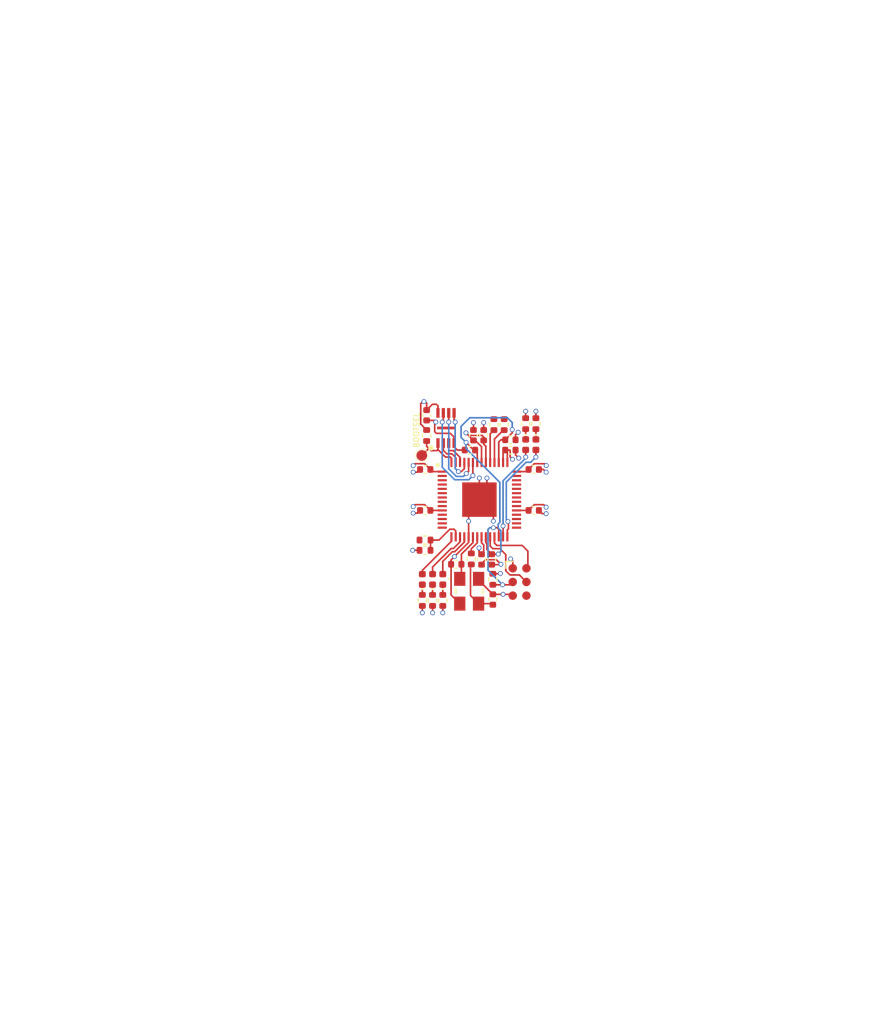
<source format=kicad_pcb>
(kicad_pcb (version 20240108) (generator "pcbnew") (generator_version "8.0")
  (layers (0 "F.Cu" signal) (1 "In1.Cu" power) (2 "In2.Cu" power) (31 "B.Cu" signal) (34 "B.Paste" user) (35 "F.Paste" user) (36 "B.SilkS" user "B.Silkscreen") (37 "F.SilkS" user "F.Silkscreen") (38 "B.Mask" user) (39 "F.Mask" user) (44 "Edge.Cuts" user))
  (net 0 "")
  (net 1 "gpio0")
  (net 2 "gpio11")
  (net 3 "gpio13")
  (net 4 "swdio")
  (net 5 "gpio22")
  (net 6 "gpio5")
  (net 7 "gpio18")
  (net 8 "xout")
  (net 9 "gpio19")
  (net 10 "gpio6")
  (net 11 "gpio16")
  (net 12 "usb_dp")
  (net 13 "gpio23")
  (net 14 "gpio7")
  (net 15 "gpio12")
  (net 16 "gpio17")
  (net 17 "gpio27_a1")
  (net 18 "gpio14")
  (net 19 "gpio26_a0")
  (net 20 "xin")
  (net 21 "mcu.mcu-gnd")
  (net 22 "gpio20")
  (net 23 "gpio2")
  (net 24 "gpio15")
  (net 25 "usb_dm")
  (net 26 "gpio29_a3")
  (net 27 "gpio9")
  (net 28 "gpio3")
  (net 29 "gpio28_a2")
  (net 30 "gpio25")
  (net 31 "gpio8")
  (net 32 "gpio10")
  (net 33 "run")
  (net 34 "gpio4")
  (net 35 "gpio1")
  (net 36 "gpio24")
  (net 37 "swclk")
  (net 38 "gpio21")
  (net 39 "out")
  (net 40 "mcu.mcu-vcc-1")
  (net 41 "mcu.mcu-vcc")
  (net 42 "cs")
  (net 43 "io3")
  (net 44 "io1")
  (net 45 "io0")
  (net 46 "io2")
  (net 47 "sck")
  (net 48 "swo")
  (net 49 "mcu.led_amber_0.resistor-cathode")
  (net 50 "mcu.led_amber_1.resistor-cathode")
  (net 51 "mcu.led_amber_2.resistor-cathode")
  (net 52 "mcu.led_green_0.resistor-cathode")
  (net 53 "mcu.led_green_1.resistor-cathode")
  (net 54 "mcu-vcc")
  (net 55 "rp_usb+")
  (net 56 "rp_usb-")
  (footprint "lib:R0402" (layer "F.Cu") (at 147.1 105.95 -90)
    (property "Reference" "R9" (hide yes))
    (property "Value" "62.5mW Thick Film Resistors 50V ±100ppm/℃ ±1% 330Ω 0402 Chip Resistor - Surface Mount ROHS")
  )
  (footprint "lib:R0402" (layer "F.Cu") (at 152.8 89.64 90)
    (property "Reference" "R3" (hide yes))
    (property "Value" "62.5mW Thick Film Resistors 50V ±100ppm/℃ ±1% 27Ω 0402 Chip Resistor - Surface Mount ROHS")
  )
  (footprint "LED_SMD:LED_0402_1005Metric" (layer "F.Cu") (at 155.75 91.5 -90)
    (property "Reference" "LED4" (hide yes))
    (property "Value" "?")
  )
  (footprint "lib:C0402" (layer "F.Cu") (at 154.33 91.05)
    (property "Reference" "C4" (hide yes))
    (property "Value" "25V 1uF X5R ±10% 0402 Multilayer Ceramic Capacitors MLCC - SMD/SMT ROHS")
  )
  (footprint "lib:R0402" (layer "F.Cu") (at 155.75 89.55 90)
    (property "Reference" "R11" (hide yes))
    (property "Value" "62.5mW Thick Film Resistors 50V ±100ppm/℃ ±1% 220Ω 0402 Chip Resistor - Surface Mount ROHS")
  )
  (footprint "LED_SMD:LED_0402_1005Metric" (layer "F.Cu") (at 146.15 104 90)
    (property "Reference" "LED1" (hide yes))
    (property "Value" "?")
  )
  (footprint "lib:C0402" (layer "F.Cu") (at 150.9 90.62 90)
    (property "Reference" "C11" (hide yes))
    (property "Value" "16V 100nF X7R ±10% 0402 Multilayer Ceramic Capacitors MLCC - SMD/SMT ROHS")
  )
  (footprint "lib:R0402" (layer "F.Cu") (at 152.7 103.99 -90)
    (property "Reference" "R7" (hide yes))
    (property "Value" "62.5mW Thick Film Resistors 50V ±100ppm/℃ ±1% 10kΩ 0402 Chip Resistor - Surface Mount ROHS")
  )
  (footprint "lib:SON50P300X200X60-9N" (layer "F.Cu") (at 148.35 89.95 90)
    (property "Reference" "U4" (hide yes))
    (property "Value" "NOR Flash spiFlash, 3V, 16M-bit, 4Kb Uniform Sector, DTR" (hide yes))
  )
  (footprint "LED_SMD:LED_0402_1005Metric" (layer "F.Cu") (at 147.1 104 90)
    (property "Reference" "LED2" (hide yes))
    (property "Value" "?")
  )
  (footprint "lib:C0402" (layer "F.Cu") (at 154.33 92)
    (property "Reference" "C3" (hide yes))
    (property "Value" "25V 1uF X5R ±10% 0402 Multilayer Ceramic Capacitors MLCC - SMD/SMT ROHS")
  )
  (footprint "lib:TestPoint_Pad_D1.0mm" (layer "F.Cu") (at 146.1 92.5)
    (property "Reference" "T1" (hide yes))
    (property "Value" "?" (hide yes))
  )
  (footprint "lib:C0402" (layer "F.Cu") (at 151.85 90.62 90)
    (property "Reference" "C9" (hide yes))
    (property "Value" "16V 100nF X7R ±10% 0402 Multilayer Ceramic Capacitors MLCC - SMD/SMT ROHS")
  )
  (footprint "lib:C0402" (layer "F.Cu") (at 146.55 88.77 -90)
    (property "Reference" "C14" (hide yes))
    (property "Value" "16V 100nF X7R ±10% 0402 Multilayer Ceramic Capacitors MLCC - SMD/SMT ROHS")
  )
  (footprint "lib:R0402" (layer "F.Cu") (at 146.15 105.95 -90)
    (property "Reference" "R8" (hide yes))
    (property "Value" "62.5mW Thick Film Resistors 50V ±100ppm/℃ ±1% 330Ω 0402 Chip Resistor - Surface Mount ROHS")
  )
  (footprint "LED_SMD:LED_0402_1005Metric" (layer "F.Cu") (at 156.7 91.5 -90)
    (property "Reference" "LED5" (hide yes))
    (property "Value" "?")
  )
  (footprint "lib:C0402" (layer "F.Cu") (at 150.57 92 180)
    (property "Reference" "C6" (hide yes))
    (property "Value" "16V 100nF X7R ±10% 0402 Multilayer Ceramic Capacitors MLCC - SMD/SMT ROHS")
  )
  (footprint "LED_SMD:LED_0402_1005Metric" (layer "F.Cu") (at 148.05 104 90)
    (property "Reference" "LED3" (hide yes))
    (property "Value" "?")
  )
  (footprint "lib:ABM8272T3" (layer "F.Cu") (at 150.5 105.1 -90)
    (property "Reference" "U3" (hide yes))
    (property "Value" "Crystal, 12 MHz, SMD, 3.2mm x 2.5mm, 30 ppm, 10 pF, 30 ppm, ABM8 Series" (hide yes))
  )
  (footprint "lib:C0402" (layer "F.Cu") (at 146.42 93.8 180)
    (property "Reference" "C7" (hide yes))
    (property "Value" "16V 100nF X7R ±10% 0402 Multilayer Ceramic Capacitors MLCC - SMD/SMT ROHS")
  )
  (footprint "lib:R0402" (layer "F.Cu") (at 156.7 89.55 90)
    (property "Reference" "R12" (hide yes))
    (property "Value" "62.5mW Thick Film Resistors 50V ±100ppm/℃ ±1% 220Ω 0402 Chip Resistor - Surface Mount ROHS")
  )
  (footprint "lib:C0402" (layer "F.Cu") (at 151.65 102.15 -90)
    (property "Reference" "C10" (hide yes))
    (property "Value" "16V 100nF X7R ±10% 0402 Multilayer Ceramic Capacitors MLCC - SMD/SMT ROHS")
  )
  (footprint "lib:C0402" (layer "F.Cu") (at 156.5 97.6)
    (property "Reference" "C13" (hide yes))
    (property "Value" "16V 100nF X7R ±10% 0402 Multilayer Ceramic Capacitors MLCC - SMD/SMT ROHS")
  )
  (footprint "lib:R0402" (layer "F.Cu") (at 146.4 100.35)
    (property "Reference" "R1" (hide yes))
    (property "Value" "62.5mW Thick Film Resistors 50V ±100ppm/℃ ±1% 5.6kΩ 0402 Chip Resistor - Surface Mount ROHS")
  )
  (footprint "lib:R0402" (layer "F.Cu") (at 146.55 90.65 -90)
    (property "Reference" "R6" (hide yes))
    (property "Value" "62.5mW Thick Film Resistors 50V ±100ppm/℃ ±1% 10kΩ 0402 Chip Resistor - Surface Mount ROHS")
  )
  (footprint "lib:C0402" (layer "F.Cu") (at 146.42 97.6 180)
    (property "Reference" "C8" (hide yes))
    (property "Value" "16V 100nF X7R ±10% 0402 Multilayer Ceramic Capacitors MLCC - SMD/SMT ROHS")
  )
  (footprint "lib:QFN40P700X700X90-57N-D" (layer "F.Cu") (at 151.45 96.6)
    (property "Reference" "U1" (hide yes))
    (property "Value" "Microcontroller in QFN Package" (hide yes))
  )
  (footprint "lib:C0402" (layer "F.Cu") (at 152.6 102.15 -90)
    (property "Reference" "C5" (hide yes))
    (property "Value" "16V 100nF X7R ±10% 0402 Multilayer Ceramic Capacitors MLCC - SMD/SMT ROHS")
  )
  (footprint "lib:C0402" (layer "F.Cu") (at 156.5 93.8)
    (property "Reference" "C12" (hide yes))
    (property "Value" "16V 100nF X7R ±10% 0402 Multilayer Ceramic Capacitors MLCC - SMD/SMT ROHS")
  )
  (footprint "lib:C0402" (layer "F.Cu") (at 152.7 105.87 90)
    (property "Reference" "C2" (hide yes))
    (property "Value" "50V 15pF C0G ±5% 0402 Multilayer Ceramic Capacitors MLCC - SMD/SMT ROHS")
  )
  (footprint "lib:R0402" (layer "F.Cu") (at 148.05 105.95 -90)
    (property "Reference" "R10" (hide yes))
    (property "Value" "62.5mW Thick Film Resistors 50V ±100ppm/℃ ±1% 330Ω 0402 Chip Resistor - Surface Mount ROHS")
  )
  (footprint "lib:C0402" (layer "F.Cu") (at 149.3 102.6 180)
    (property "Reference" "C1" (hide yes))
    (property "Value" "50V 15pF C0G ±5% 0402 Multilayer Ceramic Capacitors MLCC - SMD/SMT ROHS")
  )
  (footprint "lib:R0402" (layer "F.Cu") (at 153.75 89.64 -90)
    (property "Reference" "R4" (hide yes))
    (property "Value" "62.5mW Thick Film Resistors 50V ±100ppm/℃ ±1% 27Ω 0402 Chip Resistor - Surface Mount ROHS")
  )
  (footprint "Connector:Tag-Connect_TC2030-IDC-NL_2x03_P1.27mm_Vertical" (layer "F.Cu") (at 155.184 104.24 -90)
    (property "Reference" "U2" (hide yes))
    (property "Value" "?")
  )
  (footprint "lib:R0402" (layer "F.Cu") (at 146.4 101.3 180)
    (property "Reference" "R2" (hide yes))
    (property "Value" "62.5mW Thick Film Resistors 50V ±100ppm/℃ ±1% 10kΩ 0402 Chip Resistor - Surface Mount ROHS")
  )
  (footprint "lib:R0402" (layer "F.Cu") (at 150.7 102.1 -90)
    (property "Reference" "R5" (hide yes))
    (property "Value" "62.5mW Thick Film Resistors 50V ±100ppm/℃ ±1% 1kΩ 0402 Chip Resistor - Surface Mount ROHS")
  )
  (gr_text "BOOTSEL" (at 145.9 91.85 90) (layer "F.SilkS") (effects (font (size 0.5 0.5) (thickness 0.1) (bold yes)) (justify left bottom)))
  (segment (start 148.7 99.35) (end 147.7 100.35) (width 0.15) (layer "F.Cu") (net 3))
  (segment (start 146.91 101.3) (end 146.91 100.35) (width 0.15) (layer "F.Cu") (net 3))
  (segment (start 149.25 99.5) (end 149.1 99.35) (width 0.15) (layer "F.Cu") (net 3))
  (segment (start 149.1 99.35) (end 148.7 99.35) (width 0.15) (layer "F.Cu") (net 3))
  (segment (start 147.7 100.35) (end 146.91 100.35) (width 0.15) (layer "F.Cu") (net 3))
  (segment (start 149.25 100.05) (end 149.25 99.5) (width 0.15) (layer "F.Cu") (net 3))
  (segment (start 155.9543 102.8347) (end 155.819 102.97) (width 0.15) (layer "F.Cu") (net 4))
  (segment (start 152.85 100.625) (end 153.075 100.85) (width 0.15) (layer "F.Cu") (net 4))
  (segment (start 155.9543 101.380931) (end 155.9543 102.8347) (width 0.15) (layer "F.Cu") (net 4))
  (segment (start 155.423369 100.85) (end 155.9543 101.380931) (width 0.15) (layer "F.Cu") (net 4))
  (segment (start 152.85 100.05) (end 152.85 100.625) (width 0.15) (layer "F.Cu") (net 4))
  (segment (start 153.075 100.85) (end 155.423369 100.85) (width 0.15) (layer "F.Cu") (net 4))
  (segment (start 151.25 100.05) (end 151.25 100.613603) (width 0.15) (layer "F.Cu") (net 8))
  (segment (start 150.7 101.163603) (end 150.7 101.59) (width 0.15) (layer "F.Cu") (net 8))
  (segment (start 151.25 100.613603) (end 150.7 101.163603) (width 0.15) (layer "F.Cu") (net 8))
  (segment (start 155.75 91.985) (end 155.75 92.65) (width 0.15) (layer "F.Cu") (net 11))
  (segment (start 153.65 99.05) (end 153.65 100.05) (width 0.15) (layer "F.Cu") (net 11))
  (via (at 153.65 99.05) (size 0.45) (drill 0.3) (layers "F.Cu" "B.Cu") (net 11))
  (via (at 155.75 92.65) (size 0.45) (drill 0.3) (layers "F.Cu" "B.Cu") (net 11))
  (segment (start 155.75 92.745337) (end 155.75 92.65) (width 0.15) (layer "B.Cu") (net 11))
  (segment (start 153.65 94.845337) (end 155.75 92.745337) (width 0.15) (layer "B.Cu") (net 11))
  (segment (start 153.65 99.05) (end 153.65 94.845337) (width 0.15) (layer "B.Cu") (net 11))
  (segment (start 152.45 93.15) (end 152.45 90.5) (width 0.15) (layer "F.Cu") (net 12))
  (segment (start 152.45 90.5) (end 152.8 90.15) (width 0.15) (layer "F.Cu") (net 12))
  (segment (start 148.85 100.4625) (end 146.15 103.1625) (width 0.15) (layer "F.Cu") (net 15))
  (segment (start 146.15 103.1625) (end 146.15 103.515) (width 0.15) (layer "F.Cu") (net 15))
  (segment (start 148.85 100.05) (end 148.85 100.4625) (width 0.15) (layer "F.Cu") (net 15))
  (segment (start 154.1 98.625734) (end 154.15 98.675734) (width 0.15) (layer "F.Cu") (net 16))
  (segment (start 156.7 91.985) (end 156.7 92.65) (width 0.15) (layer "F.Cu") (net 16))
  (segment (start 154.05 99.4) (end 154.05 100.05) (width 0.15) (layer "F.Cu") (net 16))
  (segment (start 154.15 99.3) (end 154.05 99.4) (width 0.15) (layer "F.Cu") (net 16))
  (segment (start 154.15 98.675734) (end 154.15 99.3) (width 0.15) (layer "F.Cu") (net 16))
  (via (at 156.7 92.65) (size 0.45) (drill 0.3) (layers "F.Cu" "B.Cu") (net 16))
  (via (at 154.1 98.625734) (size 0.45) (drill 0.3) (layers "F.Cu" "B.Cu") (net 16))
  (segment (start 155.7848 93.134801) (end 156.215199 93.134801) (width 0.15) (layer "B.Cu") (net 16))
  (segment (start 153.95 98.475734) (end 153.95 94.969601) (width 0.15) (layer "B.Cu") (net 16))
  (segment (start 156.215199 93.134801) (end 156.7 92.65) (width 0.15) (layer "B.Cu") (net 16))
  (segment (start 154.1 98.625734) (end 153.95 98.475734) (width 0.15) (layer "B.Cu") (net 16))
  (segment (start 153.95 94.969601) (end 155.7848 93.134801) (width 0.15) (layer "B.Cu") (net 16))
  (segment (start 148.821876 101.132537) (end 147.1 102.854413) (width 0.15) (layer "F.Cu") (net 18))
  (segment (start 149.03401 101.132537) (end 148.821876 101.132537) (width 0.15) (layer "F.Cu") (net 18))
  (segment (start 149.65 100.05) (end 149.65 100.516547) (width 0.15) (layer "F.Cu") (net 18))
  (segment (start 149.65 100.516547) (end 149.03401 101.132537) (width 0.15) (layer "F.Cu") (net 18))
  (segment (start 147.1 102.854413) (end 147.1 103.515) (width 0.15) (layer "F.Cu") (net 18))
  (segment (start 149.78 103.795) (end 149.625 103.95) (width 0.15) (layer "F.Cu") (net 20))
  (segment (start 149.78 102.6) (end 149.78 103.795) (width 0.15) (layer "F.Cu") (net 20))
  (segment (start 149.78 101.659339) (end 149.78 102.6) (width 0.15) (layer "F.Cu") (net 20))
  (segment (start 150.85 100.05) (end 150.85 100.589339) (width 0.15) (layer "F.Cu") (net 20))
  (segment (start 150.85 100.589339) (end 149.78 101.659339) (width 0.15) (layer "F.Cu") (net 20))
  (segment (start 145.94 93.8) (end 145.689997 94.050003) (width 0.15) (layer "F.Cu") (net 21))
  (segment (start 151.45 96.6) (end 152.75 97.9) (width 0.15) (layer "F.Cu") (net 21))
  (segment (start 151.85 90.14) (end 151.85 89.45) (width 0.15) (layer "F.Cu") (net 21))
  (segment (start 156.98 93.8) (end 157.4 93.8) (width 0.15) (layer "F.Cu") (net 21))
  (segment (start 149.132538 101.882537) (end 149.132537 101.882537) (width 0.15) (layer "F.Cu") (net 21))
  (segment (start 152.55 102.175) (end 153.025 102.175) (width 0.15) (layer "F.Cu") (net 21))
  (segment (start 154.81 90.59) (end 155.05 90.35) (width 0.15) (layer "F.Cu") (net 21))
  (segment (start 151.375 104.065) (end 152.7 105.39) (width 0.15) (layer "F.Cu") (net 21))
  (segment (start 154.81 92.446966) (end 154.81 92) (width 0.15) (layer "F.Cu") (net 21))
  (segment (start 148.05 106.46) (end 148.05 107.1) (width 0.15) (layer "F.Cu") (net 21))
  (segment (start 151.65 102.63) (end 151.65 102.55) (width 0.15) (layer "F.Cu") (net 21))
  (segment (start 147.249994 89.25) (end 146.55 89.25) (width 0.15) (layer "F.Cu") (net 21))
  (segment (start 152.025 102.175) (end 152.55 102.175) (width 0.15) (layer "F.Cu") (net 21))
  (segment (start 149.1 90.8) (end 149.1 91.35) (width 0.15) (layer "F.Cu") (net 21))
  (segment (start 152.6 102.63) (end 153.42 102.63) (width 0.15) (layer "F.Cu") (net 21))
  (segment (start 149.1 91.701472) (end 149.1 91.35) (width 0.15) (layer "F.Cu") (net 21))
  (segment (start 147.3 89.499994) (end 147.3 90.3) (width 0.15) (layer "F.Cu") (net 21))
  (segment (start 150.45 97.6) (end 151.45 96.6) (width 0.15) (layer "F.Cu") (net 21))
  (segment (start 153.65 105.39) (end 154.429 105.39) (width 0.15) (layer "F.Cu") (net 21))
  (segment (start 156.7 89.04) (end 156.7 88.4) (width 0.15) (layer "F.Cu") (net 21))
  (segment (start 151.65 102.55) (end 152.025 102.175) (width 0.15) (layer "F.Cu") (net 21))
  (segment (start 149.398528 92) (end 149.1 91.701472) (width 0.15) (layer "F.Cu") (net 21))
  (segment (start 145.689997 94.050003) (end 145.3 94.050003) (width 0.15) (layer "F.Cu") (net 21))
  (segment (start 147.3 90.3) (end 147.45 90.45) (width 0.15) (layer "F.Cu") (net 21))
  (segment (start 151.45 96.6) (end 152.15 95.9) (width 0.15) (layer "F.Cu") (net 21))
  (segment (start 155.75 89.04) (end 155.75 88.4) (width 0.15) (layer "F.Cu") (net 21))
  (segment (start 152.15 95.9) (end 152.15 94.6) (width 0.15) (layer "F.Cu") (net 21))
  (segment (start 149.132537 101.882538) (end 148.82 102.195075) (width 0.15) (layer "F.Cu") (net 21))
  (segment (start 150.45 100.05) (end 150.45 100.565075) (width 0.15) (layer "F.Cu") (net 21))
  (segment (start 154.429 105.39) (end 154.549 105.51) (width 0.15) (layer "F.Cu") (net 21))
  (segment (start 157.280003 97.900003) (end 157.65 97.900003) (width 0.15) (layer "F.Cu") (net 21))
  (segment (start 145.69 97.85) (end 145.3 97.85) (width 0.15) (layer "F.Cu") (net 21))
  (segment (start 150.9 90.14) (end 150.9 89.45) (width 0.15) (layer "F.Cu") (net 21))
  (segment (start 152.75 97.9) (end 152.75 98.6) (width 0.15) (layer "F.Cu") (net 21))
  (segment (start 147.399994 89.4) (end 147.3 89.499994) (width 0.15) (layer "F.Cu") (net 21))
  (segment (start 151.45 96.6) (end 151.45 94.6) (width 0.15) (layer "F.Cu") (net 21))
  (segment (start 146.15 106.46) (end 146.15 107.1) (width 0.15) (layer "F.Cu") (net 21))
  (segment (start 148.82 105.445) (end 149.625 106.25) (width 0.15) (layer "F.Cu") (net 21))
  (segment (start 154.81 91.05) (end 154.81 90.59) (width 0.15) (layer "F.Cu") (net 21))
  (segment (start 153.025 102.175) (end 153.45 102.6) (width 0.15) (layer "F.Cu") (net 21))
  (segment (start 147.399994 89.4) (end 147.249994 89.25) (width 0.15) (layer "F.Cu") (net 21))
  (segment (start 150.45 100.05) (end 150.45 98.6) (width 0.15) (layer "F.Cu") (net 21))
  (segment (start 148.82 102.195075) (end 148.82 102.6) (width 0.15) (layer "F.Cu") (net 21))
  (segment (start 150.09 92) (end 149.398528 92) (width 0.15) (layer "F.Cu") (net 21))
  (segment (start 153.42 102.63) (end 153.45 102.6) (width 0.15) (layer "F.Cu") (net 21))
  (segment (start 149.132537 101.882537) (end 149.132537 101.882538) (width 0.15) (layer "F.Cu") (net 21))
  (segment (start 147.45 90.45) (end 148.75 90.45) (width 0.15) (layer "F.Cu") (net 21))
  (segment (start 148.82 102.6) (end 148.82 105.445) (width 0.15) (layer "F.Cu") (net 21))
  (segment (start 155.110987 92.747953) (end 154.81 92.446966) (width 0.15) (layer "F.Cu") (net 21))
  (segment (start 145.94 97.6) (end 145.69 97.85) (width 0.15) (layer "F.Cu") (net 21))
  (segment (start 151.375 103.95) (end 151.375 104.065) (width 0.15) (layer "F.Cu") (net 21))
  (segment (start 150.45 98.6) (end 150.45 97.6) (width 0.15) (layer "F.Cu") (net 21))
  (segment (start 156.98 97.6) (end 157.280003 97.900003) (width 0.15) (layer "F.Cu") (net 21))
  (segment (start 157.4 93.8) (end 157.65 94.05) (width 0.15) (layer "F.Cu") (net 21))
  (segment (start 148.75 90.45) (end 149.1 90.8) (width 0.15) (layer "F.Cu") (net 21))
  (segment (start 147.1 106.46) (end 147.1 107.1) (width 0.15) (layer "F.Cu") (net 21))
  (segment (start 145.25 101.3) (end 145.89 101.3) (width 0.15) (layer "F.Cu") (net 21))
  (segment (start 150.45 100.565075) (end 149.132538 101.882537) (width 0.15) (layer "F.Cu") (net 21))
  (segment (start 152.7 105.39) (end 153.65 105.39) (width 0.15) (layer "F.Cu") (net 21))
  (via (at 155.110987 92.747953) (size 0.45) (drill 0.3) (layers "F.Cu" "B.Cu") (net 21))
  (via (at 153.65 105.39) (size 0.45) (drill 0.3) (layers "F.Cu" "B.Cu") (net 21))
  (via (at 152.75 98.6) (size 0.45) (drill 0.3) (layers "F.Cu" "B.Cu") (net 21))
  (via (at 146.15 107.1) (size 0.45) (drill 0.3) (layers "F.Cu" "B.Cu") (net 21))
  (via (at 157.65 97.900003) (size 0.45) (drill 0.3) (layers "F.Cu" "B.Cu") (net 21))
  (via (at 145.3 97.85) (size 0.45) (drill 0.3) (layers "F.Cu" "B.Cu") (net 21))
  (via (at 157.65 94.05) (size 0.45) (drill 0.3) (layers "F.Cu" "B.Cu") (net 21))
  (via (at 151.85 89.45) (size 0.45) (drill 0.3) (layers "F.Cu" "B.Cu") (net 21))
  (via (at 155.75 88.4) (size 0.45) (drill 0.3) (layers "F.Cu" "B.Cu") (net 21))
  (via (at 145.25 101.3) (size 0.45) (drill 0.3) (layers "F.Cu" "B.Cu") (net 21))
  (via (at 155.05 90.35) (size 0.45) (drill 0.3) (layers "F.Cu" "B.Cu") (net 21))
  (via (at 147.399994 89.4) (size 0.45) (drill 0.3) (layers "F.Cu" "B.Cu") (net 21))
  (via (at 150.9 89.45) (size 0.45) (drill 0.3) (layers "F.Cu" "B.Cu") (net 21))
  (via (at 147.1 107.1) (size 0.45) (drill 0.3) (layers "F.Cu" "B.Cu") (net 21))
  (via (at 150.45 98.6) (size 0.45) (drill 0.3) (layers "F.Cu" "B.Cu") (net 21))
  (via (at 145.3 94.050003) (size 0.45) (drill 0.3) (layers "F.Cu" "B.Cu") (net 21))
  (via (at 152.15 94.6) (size 0.45) (drill 0.3) (layers "F.Cu" "B.Cu") (net 21))
  (via (at 156.7 88.4) (size 0.45) (drill 0.3) (layers "F.Cu" "B.Cu") (net 21))
  (via (at 151.45 94.6) (size 0.45) (drill 0.3) (layers "F.Cu" "B.Cu") (net 21))
  (via (at 153.45 102.6) (size 0.45) (drill 0.3) (layers "F.Cu" "B.Cu") (net 21))
  (via (at 148.05 107.1) (size 0.45) (drill 0.3) (layers "F.Cu" "B.Cu") (net 21))
  (via (at 149.132537 101.882537) (size 0.45) (drill 0.3) (layers "F.Cu" "B.Cu") (net 21))
  (segment (start 149.158274 101.432537) (end 148.94614 101.432537) (width 0.15) (layer "F.Cu") (net 24))
  (segment (start 148.05 102.328677) (end 148.05 103.515) (width 0.15) (layer "F.Cu") (net 24))
  (segment (start 150.05 100.540811) (end 149.158274 101.432537) (width 0.15) (layer "F.Cu") (net 24))
  (segment (start 148.94614 101.432537) (end 148.05 102.328677) (width 0.15) (layer "F.Cu") (net 24))
  (segment (start 150.05 100.05) (end 150.05 100.540811) (width 0.15) (layer "F.Cu") (net 24))
  (segment (start 152.85 90.975) (end 153.675 90.15) (width 0.15) (layer "F.Cu") (net 25))
  (segment (start 152.85 93.15) (end 152.85 90.975) (width 0.15) (layer "F.Cu") (net 25))
  (segment (start 153.675 90.15) (end 153.75 90.15) (width 0.15) (layer "F.Cu") (net 25))
  (segment (start 154.289 104.5) (end 154.549 104.24) (width 0.15) (layer "F.Cu") (net 33))
  (segment (start 153.25 99.35) (end 153.107332 99.207332) (width 0.15) (layer "F.Cu") (net 33))
  (segment (start 153.6 104.5) (end 154.289 104.5) (width 0.15) (layer "F.Cu") (net 33))
  (segment (start 153.107332 99.207332) (end 152.75 99.207332) (width 0.15) (layer "F.Cu") (net 33))
  (segment (start 152.7 104.5) (end 153.6 104.5) (width 0.15) (layer "F.Cu") (net 33))
  (segment (start 153.25 100.05) (end 153.25 99.35) (width 0.15) (layer "F.Cu") (net 33))
  (via (at 153.6 104.5) (size 0.45) (drill 0.3) (layers "F.Cu" "B.Cu") (net 33))
  (via (at 152.75 99.207332) (size 0.45) (drill 0.3) (layers "F.Cu" "B.Cu") (net 33))
  (segment (start 152.25 99.364664) (end 152.25 103.15) (width 0.15) (layer "B.Cu") (net 33))
  (segment (start 152.25 103.15) (end 153.6 104.5) (width 0.15) (layer "B.Cu") (net 33))
  (segment (start 152.407332 99.207332) (end 152.25 99.364664) (width 0.15) (layer "B.Cu") (net 33))
  (segment (start 152.75 99.207332) (end 152.407332 99.207332) (width 0.15) (layer "B.Cu") (net 33))
  (segment (start 152.45 100.05) (end 152.45 100.9) (width 0.15) (layer "F.Cu") (net 37))
  (segment (start 152.45 100.9) (end 152.7 101.15) (width 0.15) (layer "F.Cu") (net 37))
  (segment (start 152.7 101.15) (end 153.35 101.15) (width 0.15) (layer "F.Cu") (net 37))
  (segment (start 153.9 103.195974) (end 154.292726 103.5887) (width 0.15) (layer "F.Cu") (net 37))
  (segment (start 154.292726 103.5887) (end 155.1677 103.5887) (width 0.15) (layer "F.Cu") (net 37))
  (segment (start 153.35 101.15) (end 153.9 101.7) (width 0.15) (layer "F.Cu") (net 37))
  (segment (start 153.9 101.7) (end 153.9 103.195974) (width 0.15) (layer "F.Cu") (net 37))
  (segment (start 155.1677 103.5887) (end 155.819 104.24) (width 0.15) (layer "F.Cu") (net 37))
  (segment (start 150.625 105.5) (end 151.375 106.25) (width 0.15) (layer "F.Cu") (net 39))
  (segment (start 150.625 102.685) (end 150.625 105.5) (width 0.15) (layer "F.Cu") (net 39))
  (segment (start 152.6 106.25) (end 152.7 106.35) (width 0.15) (layer "F.Cu") (net 39))
  (segment (start 151.375 106.25) (end 152.6 106.25) (width 0.15) (layer "F.Cu") (net 39))
  (segment (start 150.7 102.61) (end 150.625 102.685) (width 0.15) (layer "F.Cu") (net 39))
  (segment (start 153.85 91.05) (end 154.5 90.4) (width 0.15) (layer "F.Cu") (net 40))
  (segment (start 150.920068 92) (end 151.05 92) (width 0.15) (layer "F.Cu") (net 40))
  (segment (start 153.2 101.65) (end 153.18 101.67) (width 0.15) (layer "F.Cu") (net 40))
  (segment (start 153.25 91.25) (end 153.45 91.05) (width 0.15) (layer "F.Cu") (net 40))
  (segment (start 152.05 100.05) (end 152.05 100.575) (width 0.15) (layer "F.Cu") (net 40))
  (segment (start 153.18 101.67) (end 152.6 101.67) (width 0.15) (layer "F.Cu") (net 40))
  (segment (start 152.15 100.675) (end 152.15 101.22) (width 0.15) (layer "F.Cu") (net 40))
  (segment (start 153.45 91.05) (end 153.85 91.05) (width 0.15) (layer "F.Cu") (net 40))
  (segment (start 152.05 100.575) (end 152.15 100.675) (width 0.15) (layer "F.Cu") (net 40))
  (segment (start 152.15 101.22) (end 152.6 101.67) (width 0.15) (layer "F.Cu") (net 40))
  (segment (start 153.25 93.15) (end 153.25 91.25) (width 0.15) (layer "F.Cu") (net 40))
  (segment (start 154.5 90.4) (end 154.5 90.1) (width 0.15) (layer "F.Cu") (net 40))
  (segment (start 150.210034 91.289966) (end 150.920068 92) (width 0.15) (layer "F.Cu") (net 40))
  (segment (start 151.25 93.15) (end 151.25 92.2) (width 0.15) (layer "F.Cu") (net 40))
  (segment (start 151.25 92.2) (end 151.05 92) (width 0.15) (layer "F.Cu") (net 40))
  (via (at 150.210034 91.289966) (size 0.45) (drill 0.3) (layers "F.Cu" "B.Cu") (net 40))
  (via (at 154.5 90.1) (size 0.45) (drill 0.3) (layers "F.Cu" "B.Cu") (net 40))
  (via (at 153.2 101.65) (size 0.45) (drill 0.3) (layers "F.Cu" "B.Cu") (net 40))
  (segment (start 153.2 98.863603) (end 153.35 98.713603) (width 0.15) (layer "B.Cu") (net 40))
  (segment (start 154.5 90.1) (end 154.5 89.45) (width 0.15) (layer "B.Cu") (net 40))
  (segment (start 153.35 95) (end 150.210034 91.860034) (width 0.15) (layer "B.Cu") (net 40))
  (segment (start 149.75 89.8) (end 149.75 90.829932) (width 0.15) (layer "B.Cu") (net 40))
  (segment (start 154.05 89) (end 150.55 89) (width 0.15) (layer "B.Cu") (net 40))
  (segment (start 150.210034 91.860034) (end 150.210034 91.289966) (width 0.15) (layer "B.Cu") (net 40))
  (segment (start 153.45 99.486397) (end 153.2 99.236397) (width 0.15) (layer "B.Cu") (net 40))
  (segment (start 149.75 90.829932) (end 150.210034 91.289966) (width 0.15) (layer "B.Cu") (net 40))
  (segment (start 153.2 99.236397) (end 153.2 98.863603) (width 0.15) (layer "B.Cu") (net 40))
  (segment (start 153.35 98.713603) (end 153.35 95) (width 0.15) (layer "B.Cu") (net 40))
  (segment (start 153.45 101.4) (end 153.45 99.486397) (width 0.15) (layer "B.Cu") (net 40))
  (segment (start 153.2 101.65) (end 153.45 101.4) (width 0.15) (layer "B.Cu") (net 40))
  (segment (start 150.55 89) (end 149.75 89.8) (width 0.15) (layer "B.Cu") (net 40))
  (segment (start 154.5 89.45) (end 154.05 89) (width 0.15) (layer "B.Cu") (net 40))
  (segment (start 153.85 92) (end 154.25 92) (width 0.15) (layer "F.Cu") (net 41))
  (segment (start 157.492739 93.265) (end 157.661558 93.433819) (width 0.15) (layer "F.Cu") (net 41))
  (segment (start 150.45 90.65) (end 150.9 91.1) (width 0.15) (layer "F.Cu") (net 41))
  (segment (start 151.85 100.8) (end 151.85 101.5) (width 0.15) (layer "F.Cu") (net 41))
  (segment (start 146.3 87.5) (end 146.4 87.5) (width 0.15) (layer "F.Cu") (net 41))
  (segment (start 153.65 92.2) (end 153.85 92) (width 0.15) (layer "F.Cu") (net 41))
  (segment (start 151.65 91.690001) (end 151.059999 91.1) (width 0.15) (layer "F.Cu") (net 41))
  (segment (start 156.555 93.265) (end 157.492739 93.265) (width 0.15) (layer "F.Cu") (net 41))
  (segment (start 145.485 97.065) (end 145.3 97.25) (width 0.15) (layer "F.Cu") (net 41))
  (segment (start 151.65 93.15) (end 151.65 91.690001) (width 0.15) (layer "F.Cu") (net 41))
  (segment (start 146.55 88.29) (end 146.55 87.9) (width 0.15) (layer "F.Cu") (net 41))
  (segment (start 153.37 103.48) (end 153.4 103.45) (width 0.15) (layer "F.Cu") (net 41))
  (segment (start 154.05 92.2) (end 153.85 92) (width 0.15) (layer "F.Cu") (net 41))
  (segment (start 146.55 88.29) (end 147.09 87.75) (width 0.15) (layer "F.Cu") (net 41))
  (segment (start 146.55 87.65) (end 146.55 87.9) (width 0.15) (layer "F.Cu") (net 41))
  (segment (start 154.305 92.641732) (end 154.521139 92.857871) (width 0.15) (layer "F.Cu") (net 41))
  (segment (start 146.365 93.265) (end 145.485 93.265) (width 0.15) (layer "F.Cu") (net 41))
  (segment (start 151.7 90.645) (end 150.455 90.645) (width 0.15) (layer "F.Cu") (net 41))
  (segment (start 147.1 94) (end 146.9 93.8) (width 0.15) (layer "F.Cu") (net 41))
  (segment (start 155.82 94) (end 156.02 93.8) (width 0.15) (layer "F.Cu") (net 41))
  (segment (start 146 89.59) (end 146.55 90.14) (width 0.15) (layer "F.Cu") (net 41))
  (segment (start 146.2 87.5) (end 146 87.7) (width 0.15) (layer "F.Cu") (net 41))
  (segment (start 146.365 97.065) (end 145.485 97.065) (width 0.15) (layer "F.Cu") (net 41))
  (segment (start 154.25 92) (end 154.305 92.055) (width 0.15) (layer "F.Cu") (net 41))
  (segment (start 154.9 94) (end 155.82 94) (width 0.15) (layer "F.Cu") (net 41))
  (segment (start 150.455 90.645) (end 150.45 90.65) (width 0.15) (layer "F.Cu") (net 41))
  (segment (start 151.416638 101.083362) (end 151.416638 101.436638) (width 0.15) (layer "F.Cu") (net 41))
  (segment (start 152.05 91.65) (end 151.85 91.45) (width 0.15) (layer "F.Cu") (net 41))
  (segment (start 147.45 87.75) (end 147.6 87.9) (width 0.15) (layer "F.Cu") (net 41))
  (segment (start 151.85 101.5) (end 151.68 101.67) (width 0.15) (layer "F.Cu") (net 41))
  (segment (start 147.09 87.75) (end 147.45 87.75) (width 0.15) (layer "F.Cu") (net 41))
  (segment (start 151.65 100.05) (end 151.65 100.6) (width 0.15) (layer "F.Cu") (net 41))
  (segment (start 154.549 102.299) (end 154.35 102.1) (width 0.15) (layer "F.Cu") (net 41))
  (segment (start 146.9 93.8) (end 146.365 93.265) (width 0.15) (layer "F.Cu") (net 41))
  (segment (start 151.416638 101.436638) (end 151.65 101.67) (width 0.15) (layer "F.Cu") (net 41))
  (segment (start 148 94) (end 147.1 94) (width 0.15) (layer "F.Cu") (net 41))
  (segment (start 157.415 97.065) (end 157.65 97.3) (width 0.15) (layer "F.Cu") (net 41))
  (segment (start 151.059999 91.1) (end 150.9 91.1) (width 0.15) (layer "F.Cu") (net 41))
  (segment (start 154.549 102.97) (end 154.549 102.299) (width 0.15) (layer "F.Cu") (net 41))
  (segment (start 151.68 101.67) (end 151.65 101.67) (width 0.15) (layer "F.Cu") (net 41))
  (segment (start 146.4 87.5) (end 146.55 87.65) (width 0.15) (layer "F.Cu") (net 41))
  (segment (start 145.485 93.265) (end 145.3 93.45) (width 0.15) (layer "F.Cu") (net 41))
  (segment (start 146.9 97.6) (end 146.365 97.065) (width 0.15) (layer "F.Cu") (net 41))
  (segment (start 150.2 90.4) (end 150.45 90.65) (width 0.15) (layer "F.Cu") (net 41))
  (segment (start 156.555 97.065) (end 157.415 97.065) (width 0.15) (layer "F.Cu") (net 41))
  (segment (start 153.65 93.15) (end 153.65 92.2) (width 0.15) (layer "F.Cu") (net 41))
  (segment (start 154.05 93.15) (end 154.05 92.2) (width 0.15) (layer "F.Cu") (net 41))
  (segment (start 154.305 92.055) (end 154.305 92.2) (width 0.15) (layer "F.Cu") (net 41))
  (segment (start 147.6 87.9) (end 147.6 88.55) (width 0.15) (layer "F.Cu") (net 41))
  (segment (start 146.3 87.5) (end 146.2 87.5) (width 0.15) (layer "F.Cu") (net 41))
  (segment (start 151.85 91.45) (end 151.85 91.1) (width 0.15) (layer "F.Cu") (net 41))
  (segment (start 152.05 93.15) (end 152.05 91.65) (width 0.15) (layer "F.Cu") (net 41))
  (segment (start 154.305 92.2) (end 154.305 92.641732) (width 0.15) (layer "F.Cu") (net 41))
  (segment (start 151.85 91.1) (end 151.85 90.795) (width 0.15) (layer "F.Cu") (net 41))
  (segment (start 152.7 103.48) (end 153.37 103.48) (width 0.15) (layer "F.Cu") (net 41))
  (segment (start 151.65 100.6) (end 151.85 100.8) (width 0.15) (layer "F.Cu") (net 41))
  (segment (start 146 87.7) (end 146 89.59) (width 0.15) (layer "F.Cu") (net 41))
  (segment (start 148 97.6) (end 146.9 97.6) (width 0.15) (layer "F.Cu") (net 41))
  (segment (start 151.85 90.795) (end 151.7 90.645) (width 0.15) (layer "F.Cu") (net 41))
  (segment (start 154.9 97.6) (end 156.02 97.6) (width 0.15) (layer "F.Cu") (net 41))
  (segment (start 156.02 97.6) (end 156.555 97.065) (width 0.15) (layer "F.Cu") (net 41))
  (segment (start 156.02 93.8) (end 156.555 93.265) (width 0.15) (layer "F.Cu") (net 41))
  (via (at 150.2 90.4) (size 0.45) (drill 0.3) (layers "F.Cu" "B.Cu") (net 41))
  (via (at 151.416638 101.083362) (size 0.45) (drill 0.3) (layers "F.Cu" "B.Cu") (net 41))
  (via (at 145.3 93.45) (size 0.45) (drill 0.3) (layers "F.Cu" "B.Cu") (net 41))
  (via (at 153.4 103.45) (size 0.45) (drill 0.3) (layers "F.Cu" "B.Cu") (net 41))
  (via (at 154.35 102.1) (size 0.45) (drill 0.3) (layers "F.Cu" "B.Cu") (net 41))
  (via (at 157.661558 93.433819) (size 0.45) (drill 0.3) (layers "F.Cu" "B.Cu") (net 41))
  (via (at 157.65 97.3) (size 0.45) (drill 0.3) (layers "F.Cu" "B.Cu") (net 41))
  (via (at 154.521139 92.857871) (size 0.45) (drill 0.3) (layers "F.Cu" "B.Cu") (net 41))
  (via (at 146.3 87.5) (size 0.45) (drill 0.3) (layers "F.Cu" "B.Cu") (net 41))
  (via (at 145.3 97.25) (size 0.45) (drill 0.3) (layers "F.Cu" "B.Cu") (net 41))
  (segment (start 146.55 91.65) (end 146.75 91.85) (width 0.15) (layer "F.Cu") (net 42))
  (segment (start 146.55 91.16) (end 146.55 91.65) (width 0.15) (layer "F.Cu") (net 42))
  (segment (start 148.85 92.75) (end 148.75 92.65) (width 0.15) (layer "F.Cu") (net 42))
  (segment (start 147.5 92.05) (end 147.6 91.95) (width 0.15) (layer "F.Cu") (net 42))
  (segment (start 148.3 92.65) (end 147.6 91.95) (width 0.15) (layer "F.Cu") (net 42))
  (segment (start 146.1 92.5) (end 146.75 91.85) (width 0.15) (layer "F.Cu") (net 42))
  (segment (start 146.95 92.05) (end 147.5 92.05) (width 0.15) (layer "F.Cu") (net 42))
  (segment (start 148.75 92.65) (end 148.3 92.65) (width 0.15) (layer "F.Cu") (net 42))
  (segment (start 147.6 91.95) (end 147.6 91.35) (width 0.15) (layer "F.Cu") (net 42))
  (segment (start 146.75 91.85) (end 146.95 92.05) (width 0.15) (layer "F.Cu") (net 42))
  (segment (start 148.85 93.15) (end 148.85 92.75) (width 0.15) (layer "F.Cu") (net 42))
  (segment (start 150.843626 93.156374) (end 150.85 93.15) (width 0.15) (layer "F.Cu") (net 43))
  (segment (start 150.843626 94.371575) (end 150.843626 93.156374) (width 0.15) (layer "F.Cu") (net 43))
  (segment (start 147.999997 89.4) (end 148.1 89.299997) (width 0.15) (layer "F.Cu") (net 43))
  (segment (start 148.1 89.299997) (end 148.1 88.55) (width 0.15) (layer "F.Cu") (net 43))
  (via (at 147.999997 89.4) (size 0.45) (drill 0.3) (layers "F.Cu" "B.Cu") (net 43))
  (via (at 150.843626 94.371575) (size 0.45) (drill 0.3) (layers "F.Cu" "B.Cu") (net 43))
  (segment (start 147.999997 89.4) (end 148.003667 89.40367) (width 0.15) (layer "B.Cu") (net 43))
  (segment (start 148.003667 93.603667) (end 149.15 94.75) (width 0.15) (layer "B.Cu") (net 43))
  (segment (start 149.15 94.75) (end 150.465201 94.75) (width 0.15) (layer "B.Cu") (net 43))
  (segment (start 150.465201 94.75) (end 150.843626 94.371575) (width 0.15) (layer "B.Cu") (net 43))
  (segment (start 148.003667 89.40367) (end 148.003667 93.603667) (width 0.15) (layer "B.Cu") (net 43))
  (segment (start 148.1 92.025736) (end 148.1 91.35) (width 0.15) (layer "F.Cu") (net 44))
  (segment (start 149.25 92.7) (end 148.9 92.35) (width 0.15) (layer "F.Cu") (net 44))
  (segment (start 148.424264 92.35) (end 148.1 92.025736) (width 0.15) (layer "F.Cu") (net 44))
  (segment (start 149.25 93.15) (end 149.25 92.7) (width 0.15) (layer "F.Cu") (net 44))
  (segment (start 148.9 92.35) (end 148.424264 92.35) (width 0.15) (layer "F.Cu") (net 44))
  (segment (start 149.5 94) (end 149.775 94) (width 0.15) (layer "F.Cu") (net 45))
  (segment (start 149.775 94) (end 150.05 93.725) (width 0.15) (layer "F.Cu") (net 45))
  (segment (start 150.05 93.725) (end 150.05 93.15) (width 0.15) (layer "F.Cu") (net 45))
  (segment (start 149.1 89.3) (end 149.2 89.4) (width 0.15) (layer "F.Cu") (net 45))
  (segment (start 149.1 88.55) (end 149.1 89.3) (width 0.15) (layer "F.Cu") (net 45))
  (via (at 149.5 94) (size 0.45) (drill 0.3) (layers "F.Cu" "B.Cu") (net 45))
  (via (at 149.2 89.4) (size 0.45) (drill 0.3) (layers "F.Cu" "B.Cu") (net 45))
  (segment (start 149.2 93.7) (end 149.2 89.4) (width 0.15) (layer "B.Cu") (net 45))
  (segment (start 149.5 94) (end 149.2 93.7) (width 0.15) (layer "B.Cu") (net 45))
  (segment (start 149.024264 92.05) (end 148.675 92.05) (width 0.15) (layer "F.Cu") (net 46))
  (segment (start 149.65 92.675736) (end 149.024264 92.05) (width 0.15) (layer "F.Cu") (net 46))
  (segment (start 149.65 93.15) (end 149.65 92.675736) (width 0.15) (layer "F.Cu") (net 46))
  (segment (start 148.6 91.975) (end 148.6 91.35) (width 0.15) (layer "F.Cu") (net 46))
  (segment (start 148.675 92.05) (end 148.6 91.975) (width 0.15) (layer "F.Cu") (net 46))
  (segment (start 148.6 88.55) (end 148.6 89.4) (width 0.15) (layer "F.Cu") (net 47))
  (segment (start 150.230699 94.180699) (end 150.45 93.961398) (width 0.15) (layer "F.Cu") (net 47))
  (segment (start 150.45 93.961398) (end 150.45 93.15) (width 0.15) (layer "F.Cu") (net 47))
  (via (at 148.6 89.4) (size 0.45) (drill 0.3) (layers "F.Cu" "B.Cu") (net 47))
  (via (at 150.230699 94.180699) (size 0.45) (drill 0.3) (layers "F.Cu" "B.Cu") (net 47))
  (segment (start 149.313603 94.45) (end 148.6 93.736397) (width 0.15) (layer "B.Cu") (net 47))
  (segment (start 149.961398 94.45) (end 149.313603 94.45) (width 0.15) (layer "B.Cu") (net 47))
  (segment (start 148.6 93.736397) (end 148.6 89.4) (width 0.15) (layer "B.Cu") (net 47))
  (segment (start 150.230699 94.180699) (end 149.961398 94.45) (width 0.15) (layer "B.Cu") (net 47))
  (segment (start 146.15 104.485) (end 146.15 105.44) (width 0.15) (layer "F.Cu") (net 49))
  (segment (start 147.1 104.485) (end 147.1 105.44) (width 0.15) (layer "F.Cu") (net 50))
  (segment (start 148.05 104.485) (end 148.05 105.44) (width 0.15) (layer "F.Cu") (net 51))
  (segment (start 155.75 91.015) (end 155.75 90.06) (width 0.15) (layer "F.Cu") (net 52))
  (segment (start 156.7 91.015) (end 156.7 90.06) (width 0.15) (layer "F.Cu") (net 53))
)
</source>
